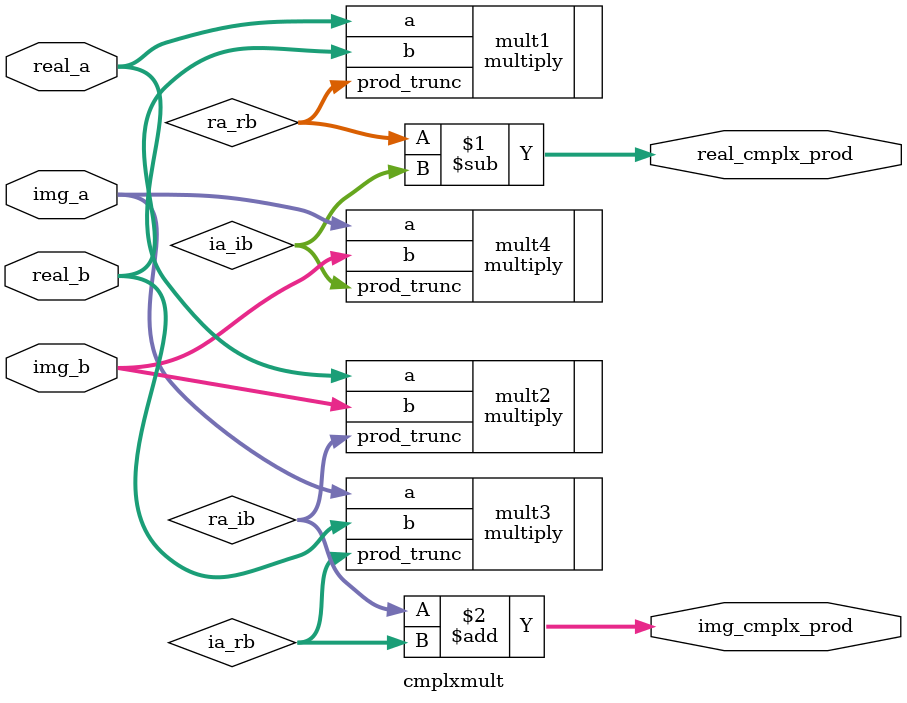
<source format=sv>

module cmplxmult #(parameter BIT_WIDTH = 16)
    (input logic [BIT_WIDTH - 1:0] real_a, img_a, 
     input logic [BIT_WIDTH - 1:0] real_b, img_b, 
     output logic [BIT_WIDTH -1:0] real_cmplx_prod, img_cmplx_prod);

    logic [BIT_WIDTH - 1:0] ra_rb, ra_ib, ia_rb, ia_ib; // variables for multiplication outputs

    // complex multiplication
    multiply #(.BIT_WIDTH(BIT_WIDTH)) mult1(.a(real_a), .b(real_b), .prod_trunc(ra_rb)); // real
    multiply #(.BIT_WIDTH(BIT_WIDTH)) mult2(.a(real_a), .b(img_b), .prod_trunc(ra_ib)); // img
    multiply #(.BIT_WIDTH(BIT_WIDTH)) mult3(.a(img_a), .b(real_b), .prod_trunc(ia_rb)); // img
    multiply #(.BIT_WIDTH(BIT_WIDTH)) mult4(.a(img_a), .b(img_b), .prod_trunc(ia_ib)); // real

    assign real_cmplx_prod = ra_rb - ia_ib;
    assign img_cmplx_prod = ra_ib + ia_rb;


endmodule
</source>
